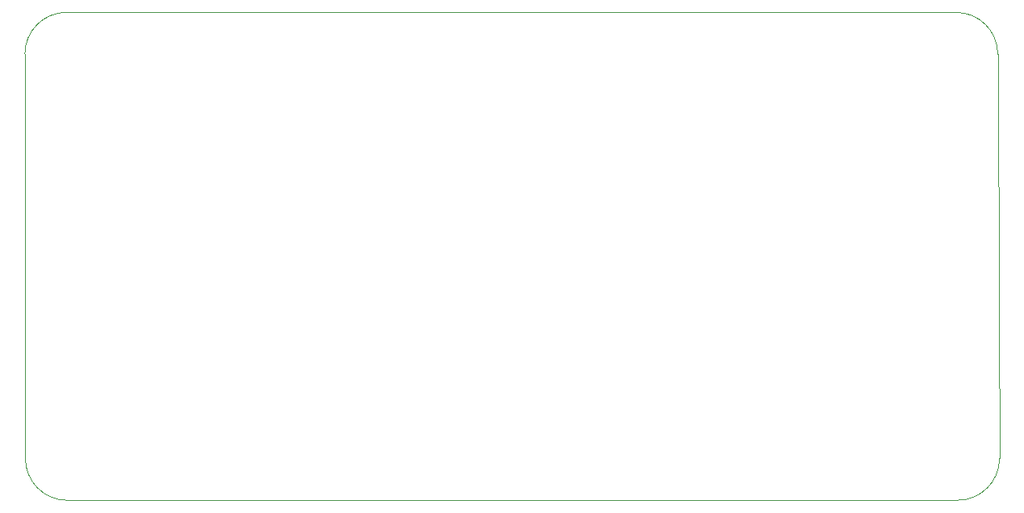
<source format=gbr>
%TF.GenerationSoftware,KiCad,Pcbnew,7.0.8*%
%TF.CreationDate,2023-11-14T13:05:45-05:00*%
%TF.ProjectId,KiCad Files,4b694361-6420-4466-996c-65732e6b6963,rev?*%
%TF.SameCoordinates,Original*%
%TF.FileFunction,Profile,NP*%
%FSLAX46Y46*%
G04 Gerber Fmt 4.6, Leading zero omitted, Abs format (unit mm)*
G04 Created by KiCad (PCBNEW 7.0.8) date 2023-11-14 13:05:45*
%MOMM*%
%LPD*%
G01*
G04 APERTURE LIST*
%TA.AperFunction,Profile*%
%ADD10C,0.100000*%
%TD*%
G04 APERTURE END LIST*
D10*
X193359801Y-103470000D02*
X193202872Y-75867128D01*
X189002872Y-122692872D02*
G75*
G03*
X193382872Y-118312872I28J4379972D01*
G01*
X95637128Y-122702872D02*
X189002872Y-122692872D01*
X193382872Y-118312872D02*
X193359801Y-103470000D01*
X188822872Y-71487128D02*
X101140000Y-71480000D01*
X101140000Y-71480000D02*
X95540000Y-71480000D01*
X95540000Y-71480000D02*
G75*
G03*
X91199843Y-75857128I37100J-4377100D01*
G01*
X91257128Y-118322872D02*
G75*
G03*
X95637128Y-122702872I4379972J-28D01*
G01*
X91199843Y-75857128D02*
X91257128Y-118322872D01*
X193202872Y-75867128D02*
G75*
G03*
X188822872Y-71487128I-4379972J28D01*
G01*
M02*

</source>
